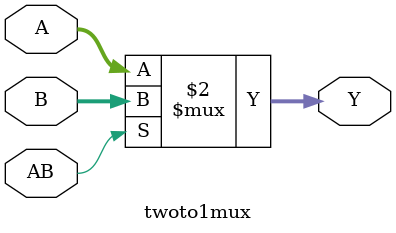
<source format=v>


module twoto1mux #(parameter N = 4)
(
	input [N-1:0] A, B,
	input AB,
	output [N-1:0] Y
);
	assign Y = AB == 0 ? A : B;
endmodule 
</source>
